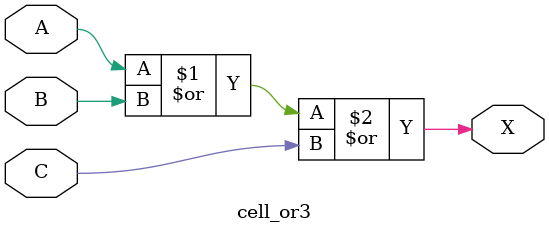
<source format=v>
`timescale 1ps/1ps
module cell_or3
(
    input wire A,
    input wire B,
    input wire C,
    output wire X
);
    assign X = A | B | C;
endmodule

</source>
